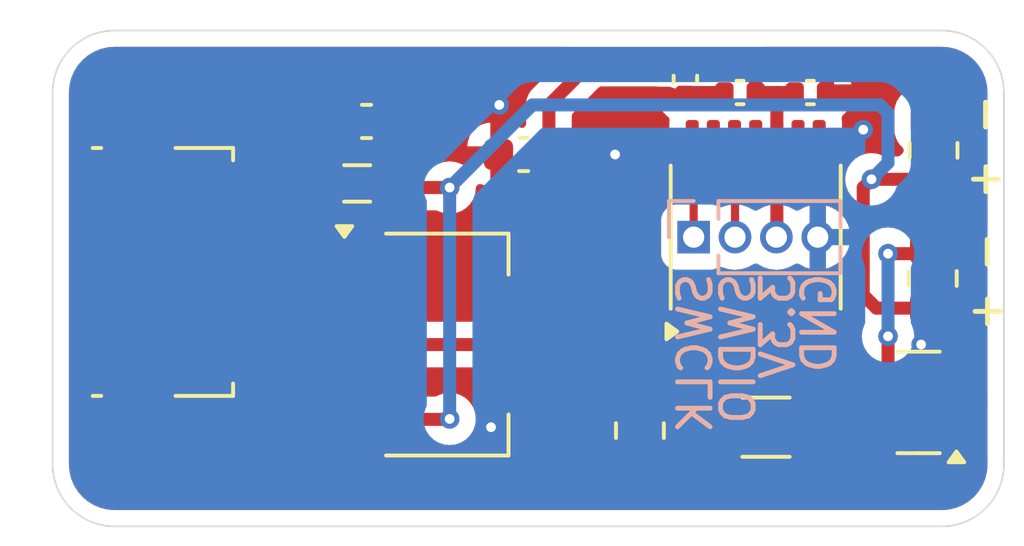
<source format=kicad_pcb>
(kicad_pcb (version 20240108) (generator "pcbnew") (generator_version "8.0")
  (layers (0 "F.Cu" signal) (31 "B.Cu" signal) (34 "B.Paste" user) (35 "F.Paste" user) (36 "B.SilkS" user "B.Silkscreen") (37 "F.SilkS" user "F.Silkscreen") (38 "B.Mask" user) (39 "F.Mask" user) (44 "Edge.Cuts" user))
  (net 0 "")
  (net 1 "GND")
  (net 2 "+3.3V")
  (net 3 "+5V")
  (net 4 "Net-(J2-VBUS)")
  (net 5 "SWCLK")
  (net 6 "SWDIO")
  (net 16 "Net-(Q1-G)")
  (net 17 "Net-(Q1-D)")
  (net 18 "PWM")
  (net 27 "Net-(U1-PB9)")
  (footprint "Capacitor_SMD:C_0402_1005Metric" (layer "F.Cu") (at 86.741 64.996 -90)
    (property "Reference" "C2")
    (property "Value" "100nF")
    (fp_line (start -0.107836 0.36) (end 0.107836 0.36) (stroke (width 0.12)) (layer "F.SilkS"))
    (fp_line (start -0.107836 -0.36) (end 0.107836 -0.36) (stroke (width 0.12)) (layer "F.SilkS"))
    (pad "1" smd roundrect (at -0.48 0 270) (size 0.56 0.62) (layers "F.Cu" "F.Paste" "F.Mask") (net 2 "+3.3V"))
    (pad "2" smd roundrect (at 0.48 0 270) (size 0.56 0.62) (layers "F.Cu" "F.Paste" "F.Mask") (net 1 "GND"))
  )
  (footprint "Resistor_SMD:R_0805_2012Metric" (layer "F.Cu") (at 94.361 67.183 90)
    (property "Reference" "R2")
    (property "Value" "LED2")
    (fp_line (start -0.227064 -0.735) (end 0.227064 -0.735) (stroke (width 0.12)) (layer "F.SilkS"))
    (fp_line (start -0.227064 0.735) (end 0.227064 0.735) (stroke (width 0.12)) (layer "F.SilkS"))
    (pad "1" smd roundrect (at -0.9125 0 90) (size 1.025 1.4) (layers "F.Cu" "F.Paste" "F.Mask") (roundrect_rratio 0.243902) (net 3 "+5V"))
    (pad "2" smd roundrect (at 0.9125 0 90) (size 1.025 1.4) (layers "F.Cu" "F.Paste" "F.Mask") (roundrect_rratio 0.243902) (net 17 "Net-(Q1-D)"))
  )
  (footprint "Package_TO_SOT_SMD:SOT-223-3_TabPin2" (layer "F.Cu") (at 79.4 73.152)
    (property "Reference" "U2")
    (property "Value" "AMS1117-3.3")
    (fp_line (start -1.85 -3.41) (end 1.91 -3.41) (stroke (width 0.12)) (layer "F.SilkS"))
    (fp_line (start -1.85 3.41) (end 1.91 3.41) (stroke (width 0.12)) (layer "F.SilkS"))
    (fp_line (start 1.91 -3.41) (end 1.91 -2.15) (stroke (width 0.12)) (layer "F.SilkS"))
    (fp_line (start 1.91 3.41) (end 1.91 2.15) (stroke (width 0.12)) (layer "F.SilkS"))
    (fp_poly (pts (xy -3.13 -3.31) (xy -3.37 -3.64) (xy -2.89 -3.64) (xy -3.13 -3.31)) (stroke (width 0.12)) (fill solid) (layer "F.SilkS"))
    (pad "1" smd roundrect (at -3.15 -2.3) (size 2 1.5) (layers "F.Cu" "F.Paste" "F.Mask") (net 1 "GND"))
    (pad "2" smd roundrect (at -3.15 0) (size 2 1.5) (layers "F.Cu" "F.Paste" "F.Mask") (net 2 "+3.3V"))
    (pad "2" smd roundrect (at 3.15 0) (size 2 3.8) (layers "F.Cu" "F.Paste" "F.Mask") (net 2 "+3.3V"))
    (pad "3" smd roundrect (at -3.15 2.3) (size 2 1.5) (layers "F.Cu" "F.Paste" "F.Mask") (net 3 "+5V"))
  )
  (footprint "Connector_USB:USB_Micro-B_Molex_47346-0001" (layer "F.Cu") (at 71.142 70.92 -90)
    (property "Reference" "J2")
    (property "Value" "USB_B_Micro")
    (fp_line (start -3.81 2.6) (end -3.81 2.34) (stroke (width 0.12)) (layer "F.SilkS"))
    (fp_line (start 3.81 2.34) (end 3.81 2.6) (stroke (width 0.12)) (layer "F.SilkS"))
    (fp_line (start -3.81 0.06) (end -3.81 -1.71) (stroke (width 0.12)) (layer "F.SilkS"))
    (fp_line (start -3.81 -1.71) (end -3.43 -1.71) (stroke (width 0.12)) (layer "F.SilkS"))
    (fp_line (start 3.81 -1.71) (end 3.81 0.06) (stroke (width 0.12)) (layer "F.SilkS"))
    (fp_line (start 3.81 -1.71) (end 3.43 -1.71) (stroke (width 0.12)) (layer "F.SilkS"))
    (pad "1" smd rect (at -1.3 -1.46 270) (size 0.45 1.38) (layers "F.Cu" "F.Paste" "F.Mask") (net 4 "Net-(J2-VBUS)"))
    (pad "2" smd rect (at -0.65 -1.46 270) (size 0.45 1.38) (layers "F.Cu" "F.Paste" "F.Mask"))
    (pad "3" smd rect (at 0 -1.46 270) (size 0.45 1.38) (layers "F.Cu" "F.Paste" "F.Mask"))
    (pad "4" smd rect (at 0.65 -1.46 270) (size 0.45 1.38) (layers "F.Cu" "F.Paste" "F.Mask"))
    (pad "5" smd rect (at 1.3 -1.46 270) (size 0.45 1.38) (layers "F.Cu" "F.Paste" "F.Mask") (net 1 "GND"))
    (pad "6" smd rect (at -3.375 1.2 270) (size 1.65 1.3) (layers "F.Cu" "F.Paste" "F.Mask"))
    (pad "6" smd rect (at -2.4875 -1.375 270) (size 1.425 1.55) (layers "F.Cu" "F.Paste" "F.Mask"))
    (pad "6" smd rect (at -1.15 1.2 270) (size 1.8 1.9) (layers "F.Cu" "F.Paste" "F.Mask"))
    (pad "6" smd rect (at 1.55 1.2 270) (size 1 1.9) (layers "F.Cu" "F.Paste" "F.Mask"))
    (pad "6" smd rect (at 2.4875 -1.375 270) (size 1.425 1.55) (layers "F.Cu" "F.Paste" "F.Mask"))
    (pad "6" smd rect (at 3.375 1.2 270) (size 1.65 1.3) (layers "F.Cu" "F.Paste" "F.Mask"))
  )
  (footprint "Capacitor_SMD:C_0603_1608Metric" (layer "F.Cu") (at 81.775 67.31 180)
    (property "Reference" "C5")
    (property "Value" "22uF")
    (fp_line (start -0.14058 0.51) (end 0.14058 0.51) (stroke (width 0.12)) (layer "F.SilkS"))
    (fp_line (start -0.14058 -0.51) (end 0.14058 -0.51) (stroke (width 0.12)) (layer "F.SilkS"))
    (pad "1" smd roundrect (at -0.775 0 180) (size 0.9 0.95) (layers "F.Cu" "F.Paste" "F.Mask") (net 2 "+3.3V"))
    (pad "2" smd roundrect (at 0.775 0 180) (size 0.9 0.95) (layers "F.Cu" "F.Paste" "F.Mask") (net 1 "GND"))
  )
  (footprint "Package_TO_SOT_SMD:SOT-23" (layer "F.Cu") (at 93.9015 74.93 180)
    (property "Reference" "Q1")
    (property "Value" "SI2302")
    (fp_line (start 0 1.56) (end 0.65 1.56) (stroke (width 0.12)) (layer "F.SilkS"))
    (fp_line (start 0 1.56) (end -0.65 1.56) (stroke (width 0.12)) (layer "F.SilkS"))
    (fp_line (start 0 -1.56) (end 0.65 -1.56) (stroke (width 0.12)) (layer "F.SilkS"))
    (fp_line (start 0 -1.56) (end -0.65 -1.56) (stroke (width 0.12)) (layer "F.SilkS"))
    (fp_poly (pts (xy -1.1625 -1.51) (xy -1.4025 -1.84) (xy -0.9225 -1.84) (xy -1.1625 -1.51)) (stroke (width 0.12)) (fill solid) (layer "F.SilkS"))
    (pad "1" smd roundrect (at -0.9375 -0.95 180) (size 1.475 0.6) (layers "F.Cu" "F.Paste" "F.Mask") (net 16 "Net-(Q1-G)"))
    (pad "2" smd roundrect (at -0.9375 0.95 180) (size 1.475 0.6) (layers "F.Cu" "F.Paste" "F.Mask") (net 1 "GND"))
    (pad "3" smd roundrect (at 0.9375 0 180) (size 1.475 0.6) (layers "F.Cu" "F.Paste" "F.Mask") (net 17 "Net-(Q1-D)"))
  )
  (footprint "Inductor_SMD:L_0805_2012Metric" (layer "F.Cu") (at 76.6615 68.199 180)
    (property "Reference" "FB1")
    (property "Value" "100ohm @ 100MHz")
    (fp_line (start -0.399622 0.56) (end 0.399622 0.56) (stroke (width 0.12)) (layer "F.SilkS"))
    (fp_line (start -0.399622 -0.56) (end 0.399622 -0.56) (stroke (width 0.12)) (layer "F.SilkS"))
    (pad "1" smd roundrect (at -1.0625 0 180) (size 0.875 1.2) (layers "F.Cu" "F.Paste" "F.Mask") (net 3 "+5V"))
    (pad "2" smd roundrect (at 1.0625 0 180) (size 0.875 1.2) (layers "F.Cu" "F.Paste" "F.Mask") (net 4 "Net-(J2-VBUS)"))
  )
  (footprint "Resistor_SMD:R_1206_3216Metric" (layer "F.Cu") (at 89.2155 75.692)
    (property "Reference" "R3")
    (property "Value" "22")
    (fp_line (start -0.727064 -0.91) (end 0.727064 -0.91) (stroke (width 0.12)) (layer "F.SilkS"))
    (fp_line (start -0.727064 0.91) (end 0.727064 0.91) (stroke (width 0.12)) (layer "F.SilkS"))
    (pad "1" smd roundrect (at -1.4625 0) (size 1.125 1.75) (layers "F.Cu" "F.Paste" "F.Mask") (roundrect_rratio 0.222222) (net 18 "PWM"))
    (pad "2" smd roundrect (at 1.4625 0) (size 1.125 1.75) (layers "F.Cu" "F.Paste" "F.Mask") (roundrect_rratio 0.222222) (net 16 "Net-(Q1-G)"))
  )
  (footprint "Package_SO:TSSOP-14_4.4x5mm_P0.65mm" (layer "F.Cu") (at 88.9 69.85 90)
    (property "Reference" "U1")
    (property "Value" "STM32L011D4Px")
    (fp_line (start 0 -2.61) (end 2.2 -2.61) (stroke (width 0.12)) (layer "F.SilkS"))
    (fp_line (start 0 -2.61) (end -2.2 -2.61) (stroke (width 0.12)) (layer "F.SilkS"))
    (fp_line (start 0 2.61) (end 2.2 2.61) (stroke (width 0.12)) (layer "F.SilkS"))
    (fp_line (start 0 2.61) (end -2.2 2.61) (stroke (width 0.12)) (layer "F.SilkS"))
    (fp_poly (pts (xy -2.9 -2.41) (xy -3.14 -2.74) (xy -2.66 -2.74) (xy -2.9 -2.41)) (stroke (width 0.12)) (fill solid) (layer "F.SilkS"))
    (pad "1" smd roundrect (at -2.8625 -1.95 90) (size 1.475 0.4) (layers "F.Cu" "F.Paste" "F.Mask") (net 27 "Net-(U1-PB9)"))
    (pad "2" smd roundrect (at -2.8625 -1.3 90) (size 1.475 0.4) (layers "F.Cu" "F.Paste" "F.Mask"))
    (pad "3" smd roundrect (at -2.8625 -0.65 90) (size 1.475 0.4) (layers "F.Cu" "F.Paste" "F.Mask"))
    (pad "4" smd roundrect (at -2.8625 0 90) (size 1.475 0.4) (layers "F.Cu" "F.Paste" "F.Mask"))
    (pad "5" smd roundrect (at -2.8625 0.65 90) (size 1.475 0.4) (layers "F.Cu" "F.Paste" "F.Mask") (net 18 "PWM"))
    (pad "6" smd roundrect (at -2.8625 1.3 90) (size 1.475 0.4) (layers "F.Cu" "F.Paste" "F.Mask"))
    (pad "7" smd roundrect (at -2.8625 1.95 90) (size 1.475 0.4) (layers "F.Cu" "F.Paste" "F.Mask"))
    (pad "8" smd roundrect (at 2.8625 1.95 90) (size 1.475 0.4) (layers "F.Cu" "F.Paste" "F.Mask"))
    (pad "9" smd roundrect (at 2.8625 1.3 90) (size 1.475 0.4) (layers "F.Cu" "F.Paste" "F.Mask") (net 1 "GND"))
    (pad "10" smd roundrect (at 2.8625 0.65 90) (size 1.475 0.4) (layers "F.Cu" "F.Paste" "F.Mask") (net 2 "+3.3V"))
    (pad "11" smd roundrect (at 2.8625 0 90) (size 1.475 0.4) (layers "F.Cu" "F.Paste" "F.Mask"))
    (pad "12" smd roundrect (at 2.8625 -0.65 90) (size 1.475 0.4) (layers "F.Cu" "F.Paste" "F.Mask"))
    (pad "13" smd roundrect (at 2.8625 -1.3 90) (size 1.475 0.4) (layers "F.Cu" "F.Paste" "F.Mask") (net 6 "SWDIO"))
    (pad "14" smd roundrect (at 2.8625 -1.95 90) (size 1.475 0.4) (layers "F.Cu" "F.Paste" "F.Mask") (net 5 "SWCLK"))
  )
  (footprint "Capacitor_SMD:C_0603_1608Metric" (layer "F.Cu") (at 76.949 66.294 180)
    (property "Reference" "C4")
    (property "Value" "10uF")
    (fp_line (start -0.14058 0.51) (end 0.14058 0.51) (stroke (width 0.12)) (layer "F.SilkS"))
    (fp_line (start -0.14058 -0.51) (end 0.14058 -0.51) (stroke (width 0.12)) (layer "F.SilkS"))
    (pad "1" smd roundrect (at -0.775 0 180) (size 0.9 0.95) (layers "F.Cu" "F.Paste" "F.Mask") (net 3 "+5V"))
    (pad "2" smd roundrect (at 0.775 0 180) (size 0.9 0.95) (layers "F.Cu" "F.Paste" "F.Mask") (net 1 "GND"))
  )
  (footprint "Resistor_SMD:R_0805_2012Metric" (layer "F.Cu") (at 85.344 75.7955 -90)
    (property "Reference" "R4")
    (property "Value" "10k")
    (fp_line (start -0.227064 0.735) (end 0.227064 0.735) (stroke (width 0.12)) (layer "F.SilkS"))
    (fp_line (start -0.227064 -0.735) (end 0.227064 -0.735) (stroke (width 0.12)) (layer "F.SilkS"))
    (pad "1" smd roundrect (at -0.9125 0 270) (size 1.025 1.4) (layers "F.Cu" "F.Paste" "F.Mask") (roundrect_rratio 0.243902) (net 27 "Net-(U1-PB9)"))
    (pad "2" smd roundrect (at 0.9125 0 270) (size 1.025 1.4) (layers "F.Cu" "F.Paste" "F.Mask") (roundrect_rratio 0.243902) (net 1 "GND"))
  )
  (footprint "Capacitor_SMD:C_0402_1005Metric" (layer "F.Cu") (at 88.42 65.405 180)
    (property "Reference" "C3")
    (property "Value" "10nF")
    (fp_line (start -0.107836 0.36) (end 0.107836 0.36) (stroke (width 0.12)) (layer "F.SilkS"))
    (fp_line (start -0.107836 -0.36) (end 0.107836 -0.36) (stroke (width 0.12)) (layer "F.SilkS"))
    (pad "1" smd roundrect (at -0.48 0 180) (size 0.56 0.62) (layers "F.Cu" "F.Paste" "F.Mask") (net 2 "+3.3V"))
    (pad "2" smd roundrect (at 0.48 0 180) (size 0.56 0.62) (layers "F.Cu" "F.Paste" "F.Mask") (net 1 "GND"))
  )
  (footprint "Capacitor_SMD:C_0402_1005Metric" (layer "F.Cu") (at 90.579 65.405)
    (property "Reference" "C1")
    (property "Value" "100nF")
    (fp_line (start -0.107836 -0.36) (end 0.107836 -0.36) (stroke (width 0.12)) (layer "F.SilkS"))
    (fp_line (start -0.107836 0.36) (end 0.107836 0.36) (stroke (width 0.12)) (layer "F.SilkS"))
    (pad "1" smd roundrect (at -0.48 0) (size 0.56 0.62) (layers "F.Cu" "F.Paste" "F.Mask") (net 2 "+3.3V"))
    (pad "2" smd roundrect (at 0.48 0) (size 0.56 0.62) (layers "F.Cu" "F.Paste" "F.Mask") (net 1 "GND"))
  )
  (footprint "Resistor_SMD:R_0805_2012Metric" (layer "F.Cu") (at 94.3375 71.12 90)
    (property "Reference" "R1")
    (property "Value" "LED1")
    (fp_line (start -0.227064 -0.735) (end 0.227064 -0.735) (stroke (width 0.12)) (layer "F.SilkS"))
    (fp_line (start -0.227064 0.735) (end 0.227064 0.735) (stroke (width 0.12)) (layer "F.SilkS"))
    (pad "1" smd roundrect (at -0.9125 0 90) (size 1.025 1.4) (layers "F.Cu" "F.Paste" "F.Mask") (roundrect_rratio 0.243902) (net 3 "+5V"))
    (pad "2" smd roundrect (at 0.9125 0 90) (size 1.025 1.4) (layers "F.Cu" "F.Paste" "F.Mask") (roundrect_rratio 0.243902) (net 17 "Net-(Q1-D)"))
  )
  (footprint "Connector_PinHeader_1.27mm:PinHeader_1x04_P1.27mm_Vertical" (layer "B.Cu") (at 86.995 69.85 -90)
    (property "Reference" "J1")
    (property "Value" "DEBUGGER")
    (fp_line (start -1.11 0.76) (end -1.11 0) (stroke (width 0.12)) (layer "B.SilkS"))
    (fp_line (start 0 0.76) (end -1.11 0.76) (stroke (width 0.12)) (layer "B.SilkS"))
    (fp_line (start -0.563471 -0.76) (end -1.11 -0.76) (stroke (width 0.12)) (layer "B.SilkS"))
    (fp_line (start 1.11 -0.76) (end 0.563471 -0.76) (stroke (width 0.12)) (layer "B.SilkS"))
    (fp_line (start -1.11 -4.505) (end -1.11 -0.76) (stroke (width 0.12)) (layer "B.SilkS"))
    (fp_line (start -0.30753 -4.505) (end -1.11 -4.505) (stroke (width 0.12)) (layer "B.SilkS"))
    (fp_line (start 1.11 -4.505) (end 1.11 -0.76) (stroke (width 0.12)) (layer "B.SilkS"))
    (fp_line (start 1.11 -4.505) (end 0.30753 -4.505) (stroke (width 0.12)) (layer "B.SilkS"))
    (pad "1" thru_hole rect (at 0 0 270) (size 1 1) (drill 0.65) (layers "*.Cu" "*.Mask") (net 5 "SWCLK"))
    (pad "2" thru_hole oval (at 0 -1.27 270) (size 1 1) (drill 0.65) (layers "*.Cu" "*.Mask") (net 6 "SWDIO"))
    (pad "3" thru_hole oval (at 0 -2.54 270) (size 1 1) (drill 0.65) (layers "*.Cu" "*.Mask") (net 2 "+3.3V"))
    (pad "4" thru_hole oval (at 0 -3.81 270) (size 1 1) (drill 0.65) (layers "*.Cu" "*.Mask") (net 1 "GND"))
  )
  (gr_arc (start 94.615 63.5) (mid 95.962038 64.057962) (end 96.52 65.405) (stroke (width 0.05)) (layer "Edge.Cuts"))
  (gr_line (start 94.615 78.74) (end 69.215 78.74) (stroke (width 0.05)) (layer "Edge.Cuts"))
  (gr_line (start 67.31 65.405) (end 67.31 76.835) (stroke (width 0.05)) (layer "Edge.Cuts"))
  (gr_arc (start 69.215 78.74) (mid 67.867962 78.182038) (end 67.31 76.835) (stroke (width 0.05)) (layer "Edge.Cuts"))
  (gr_line (start 69.215 63.5) (end 94.615 63.5) (stroke (width 0.05)) (layer "Edge.Cuts"))
  (gr_line (start 96.52 65.405) (end 96.52 76.835) (stroke (width 0.05)) (layer "Edge.Cuts"))
  (gr_arc (start 67.31 65.405) (mid 67.867962 64.057962) (end 69.215 63.5) (stroke (width 0.05)) (layer "Edge.Cuts"))
  (gr_arc (start 96.52 76.835) (mid 95.962038 78.182038) (end 94.615 78.74) (stroke (width 0.05)) (layer "Edge.Cuts"))
  (gr_text "3.3V" (at 90.17 70.866 90) (layer "B.SilkS") (effects (font (size 1 1)) (justify left bottom mirror)))
  (gr_text "GND" (at 91.44 70.866 90) (layer "B.SilkS") (effects (font (size 1 1)) (justify left bottom mirror)))
  (gr_text "SWCLK" (at 87.63 70.866 90) (layer "B.SilkS") (effects (font (size 1 1)) (justify left bottom mirror)))
  (gr_text "SWDIO" (at 88.9508 70.866 90) (layer "B.SilkS") (effects (font (size 1 1)) (justify left bottom mirror)))
  (gr_text "-" (at 96.4692 66.802 90) (layer "F.SilkS") (effects (font (size 1 1)) (justify left bottom)))
  (gr_text "+" (at 95.3008 72.644 0) (layer "F.SilkS") (effects (font (size 1 1)) (justify left bottom)))
  (gr_text "-" (at 96.52 71.0184 90) (layer "F.SilkS") (effects (font (size 1 1)) (justify left bottom)))
  (gr_text "+" (at 95.25 68.58 0) (layer "F.SilkS") (effects (font (size 1 1)) (justify left bottom)))
  (segment (start 90.805 68.58) (end 90.2 67.975) (width 0.4) (layer "F.Cu") (net 1))
  (segment (start 86.812 65.405) (end 86.741 65.476) (width 0.4) (layer "F.Cu") (net 1))
  (segment (start 72.602 72.22) (end 74.882 72.22) (width 0.25) (layer "F.Cu") (net 1))
  (segment (start 74.882 72.22) (end 76.25 70.852) (width 0.25) (layer "F.Cu") (net 1))
  (segment (start 90.2 67.975) (end 90.2 66.9875) (width 0.4) (layer "F.Cu") (net 1))
  (segment (start 92.202 65.532) (end 92.202 66.548) (width 0.25) (layer "F.Cu") (net 1))
  (segment (start 91.059 65.405) (end 91.186 65.532) (width 0.25) (layer "F.Cu") (net 1))
  (segment (start 87.94 65.405) (end 86.812 65.405) (width 0.4) (layer "F.Cu") (net 1))
  (segment (start 90.805 69.85) (end 90.805 68.58) (width 0.4) (layer "F.Cu") (net 1))
  (segment (start 91.186 65.532) (end 92.202 65.532) (width 0.25) (layer "F.Cu") (net 1))
  (via (at 92.202 66.548) (size 0.6) (drill 0.3) (layers "F.Cu" "B.Cu") (net 1))
  (via (at 80.772 75.692) (size 0.6) (drill 0.3) (layers "F.Cu" "B.Cu") (net 1))
  (via (at 81.026 65.786) (size 0.6) (drill 0.3) (layers "F.Cu" "B.Cu") (net 1))
  (via (at 84.582 67.31) (size 0.6) (drill 0.3) (layers "F.Cu" "B.Cu") (net 1))
  (via (at 93.98 73.152) (size 0.6) (drill 0.3) (layers "F.Cu" "B.Cu") (net 1))
  (segment (start 89.55 69.835) (end 89.535 69.85) (width 0.4) (layer "F.Cu") (net 2))
  (segment (start 82.55 67.31) (end 82.55 65.786) (width 0.4) (layer "F.Cu") (net 2))
  (segment (start 89.55 65.4154) (end 89.5604 65.405) (width 0.4) (layer "F.Cu") (net 2))
  (segment (start 83.82 64.516) (end 86.741 64.516) (width 0.4) (layer "F.Cu") (net 2))
  (segment (start 88.9 65.024) (end 88.9 65.405) (width 0.4) (layer "F.Cu") (net 2))
  (segment (start 89.5604 65.405) (end 88.9 65.405) (width 0.4) (layer "F.Cu") (net 2))
  (segment (start 90.099 65.405) (end 89.5604 65.405) (width 0.4) (layer "F.Cu") (net 2))
  (segment (start 82.55 65.786) (end 83.82 64.516) (width 0.4) (layer "F.Cu") (net 2))
  (segment (start 89.55 66.9875) (end 89.55 65.4154) (width 0.4) (layer "F.Cu") (net 2))
  (segment (start 89.55 66.9875) (end 89.55 69.835) (width 0.4) (layer "F.Cu") (net 2))
  (segment (start 86.741 64.516) (end 88.392 64.516) (width 0.4) (layer "F.Cu") (net 2))
  (segment (start 76.25 73.152) (end 82.55 73.152) (width 0.4) (layer "F.Cu") (net 2))
  (segment (start 88.392 64.516) (end 88.9 65.024) (width 0.4) (layer "F.Cu") (net 2))
  (segment (start 82.55 73.152) (end 82.55 67.31) (width 0.4) (layer "F.Cu") (net 2))
  (segment (start 76.25 75.452) (end 79.488 75.452) (width 0.4) (layer "F.Cu") (net 3))
  (segment (start 92.456 68.072) (end 92.202 68.326) (width 0.4) (layer "F.Cu") (net 3))
  (segment (start 92.202 71.628) (end 92.6065 72.0325) (width 0.4) (layer "F.Cu") (net 3))
  (segment (start 77.724 68.199) (end 77.724 66.294) (width 0.4) (layer "F.Cu") (net 3))
  (segment (start 94.3375 68.072) (end 94.361 68.0955) (width 0.4) (layer "F.Cu") (net 3))
  (segment (start 79.502 68.326) (end 77.851 68.326) (width 0.4) (layer "F.Cu") (net 3))
  (segment (start 92.202 68.326) (end 92.202 71.628) (width 0.4) (layer "F.Cu") (net 3))
  (segment (start 92.6065 72.0325) (end 94.3375 72.0325) (width 0.4) (layer "F.Cu") (net 3))
  (segment (start 92.456 68.072) (end 94.3375 68.072) (width 0.4) (layer "F.Cu") (net 3))
  (segment (start 79.488 75.452) (end 79.502 75.438) (width 0.4) (layer "F.Cu") (net 3))
  (segment (start 77.851 68.326) (end 77.724 68.199) (width 0.4) (layer "F.Cu") (net 3))
  (via (at 79.502 68.326) (size 0.6) (drill 0.3) (layers "F.Cu" "B.Cu") (net 3))
  (via (at 79.502 75.438) (size 0.6) (drill 0.3) (layers "F.Cu" "B.Cu") (net 3))
  (via (at 92.456 68.072) (size 0.6) (drill 0.3) (layers "F.Cu" "B.Cu") (net 3))
  (segment (start 79.502 75.438) (end 79.502 68.326) (width 0.4) (layer "B.Cu") (net 3))
  (segment (start 92.964 66.04) (end 92.964 67.564) (width 0.4) (layer "B.Cu") (net 3))
  (segment (start 82.042 65.786) (end 92.71 65.786) (width 0.4) (layer "B.Cu") (net 3))
  (segment (start 79.502 68.326) (end 82.042 65.786) (width 0.4) (layer "B.Cu") (net 3))
  (segment (start 92.964 67.564) (end 92.456 68.072) (width 0.4) (layer "B.Cu") (net 3))
  (segment (start 92.71 65.786) (end 92.964 66.04) (width 0.4) (layer "B.Cu") (net 3))
  (segment (start 74.178 69.62) (end 75.599 68.199) (width 0.25) (layer "F.Cu") (net 4))
  (segment (start 72.602 69.62) (end 74.178 69.62) (width 0.25) (layer "F.Cu") (net 4))
  (segment (start 86.995 67.0325) (end 86.95 66.9875) (width 0.25) (layer "F.Cu") (net 5))
  (segment (start 86.995 69.85) (end 86.995 67.0325) (width 0.25) (layer "F.Cu") (net 5))
  (segment (start 87.6 67.988812) (end 87.6 66.9875) (width 0.25) (layer "F.Cu") (net 6))
  (segment (start 88.265 68.653812) (end 87.6 67.988812) (width 0.25) (layer "F.Cu") (net 6))
  (segment (start 88.265 69.85) (end 88.265 68.653812) (width 0.25) (layer "F.Cu") (net 6))
  (segment (start 94.651 75.692) (end 94.839 75.88) (width 0.25) (layer "F.Cu") (net 16))
  (segment (start 90.678 75.692) (end 94.651 75.692) (width 0.25) (layer "F.Cu") (net 16))
  (segment (start 92.964 70.358) (end 94.187 70.358) (width 0.4) (layer "F.Cu") (net 17))
  (segment (start 95.82 66.294) (end 95.25 66.294) (width 0.4) (layer "F.Cu") (net 17))
  (segment (start 95.2265 66.2705) (end 94.361 66.2705) (width 0.4) (layer "F.Cu") (net 17))
  (segment (start 95.25 66.294) (end 95.2265 66.2705) (width 0.4) (layer "F.Cu") (net 17))
  (segment (start 95.1465 70.2075) (end 95.82 69.534) (width 0.4) (layer "F.Cu") (net 17))
  (segment (start 94.3375 70.2075) (end 95.1465 70.2075) (width 0.4) (layer "F.Cu") (net 17))
  (segment (start 95.82 69.534) (end 95.82 66.294) (width 0.4) (layer "F.Cu") (net 17))
  (segment (start 92.964 74.93) (end 92.964 72.898) (width 0.4) (layer "F.Cu") (net 17))
  (segment (start 94.187 70.358) (end 94.3375 70.2075) (width 0.4) (layer "F.Cu") (net 17))
  (via (at 92.964 70.358) (size 0.6) (drill 0.3) (layers "F.Cu" "B.Cu") (net 17))
  (via (at 92.964 72.898) (size 0.6) (drill 0.3) (layers "F.Cu" "B.Cu") (net 17))
  (segment (start 92.964 72.898) (end 92.964 70.358) (width 0.4) (layer "B.Cu") (net 17))
  (segment (start 89.55 75.296) (end 89.55 72.7125) (width 0.25) (layer "F.Cu") (net 18))
  (segment (start 89.154 75.692) (end 89.55 75.296) (width 0.25) (layer "F.Cu") (net 18))
  (segment (start 87.753 75.692) (end 89.154 75.692) (width 0.25) (layer "F.Cu") (net 18))
  (segment (start 85.899 74.883) (end 86.95 73.832) (width 0.25) (layer "F.Cu") (net 27))
  (segment (start 86.95 73.832) (end 86.95 72.7125) (width 0.25) (layer "F.Cu") (net 27))
  (segment (start 85.344 74.883) (end 85.899 74.883) (width 0.25) (layer "F.Cu") (net 27))
  (zone (net 1) (net_name "GND") (layer "F.Cu") (connect_pads (clearance 0.5)) (min_thickness 0.25) (fill yes (thermal_gap 0.5) (thermal_bridge_width 0.5))
    (polygon (pts (xy 66.675 62.865) (xy 97.155 62.865) (xy 97.155 79.375) (xy 66.675 79.375)))
  )
  (zone (net 1) (net_name "GND") (layer "B.Cu") (connect_pads (clearance 0.5)) (min_thickness 0.25) (fill yes (thermal_gap 0.5) (thermal_bridge_width 0.5))
    (polygon (pts (xy 66.675 62.865) (xy 97.155 62.865) (xy 97.155 79.375) (xy 66.675 79.375)))
  )
)
</source>
